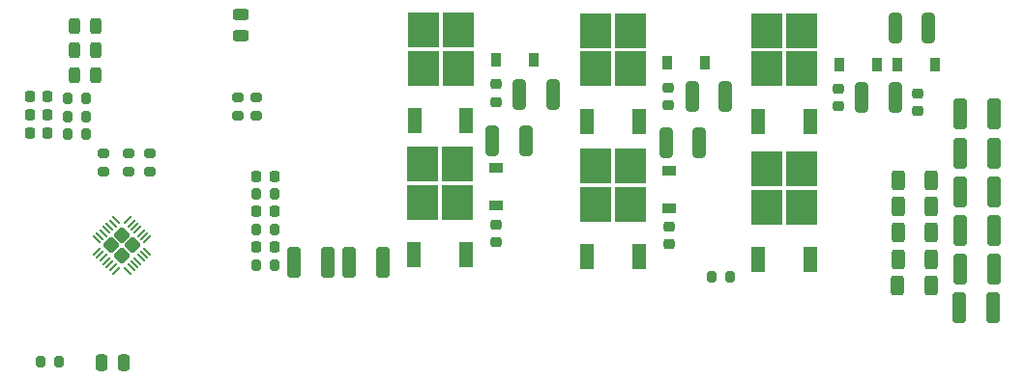
<source format=gbr>
%TF.GenerationSoftware,KiCad,Pcbnew,6.0.11*%
%TF.CreationDate,2025-01-17T14:03:23+01:00*%
%TF.ProjectId,MP6532_board_28-QFN,4d503635-3332-45f6-926f-6172645f3238,rev?*%
%TF.SameCoordinates,Original*%
%TF.FileFunction,Paste,Top*%
%TF.FilePolarity,Positive*%
%FSLAX46Y46*%
G04 Gerber Fmt 4.6, Leading zero omitted, Abs format (unit mm)*
G04 Created by KiCad (PCBNEW 6.0.11) date 2025-01-17 14:03:23*
%MOMM*%
%LPD*%
G01*
G04 APERTURE LIST*
G04 Aperture macros list*
%AMRoundRect*
0 Rectangle with rounded corners*
0 $1 Rounding radius*
0 $2 $3 $4 $5 $6 $7 $8 $9 X,Y pos of 4 corners*
0 Add a 4 corners polygon primitive as box body*
4,1,4,$2,$3,$4,$5,$6,$7,$8,$9,$2,$3,0*
0 Add four circle primitives for the rounded corners*
1,1,$1+$1,$2,$3*
1,1,$1+$1,$4,$5*
1,1,$1+$1,$6,$7*
1,1,$1+$1,$8,$9*
0 Add four rect primitives between the rounded corners*
20,1,$1+$1,$2,$3,$4,$5,0*
20,1,$1+$1,$4,$5,$6,$7,0*
20,1,$1+$1,$6,$7,$8,$9,0*
20,1,$1+$1,$8,$9,$2,$3,0*%
G04 Aperture macros list end*
%ADD10RoundRect,0.250000X0.312500X0.625000X-0.312500X0.625000X-0.312500X-0.625000X0.312500X-0.625000X0*%
%ADD11RoundRect,0.200000X0.200000X0.275000X-0.200000X0.275000X-0.200000X-0.275000X0.200000X-0.275000X0*%
%ADD12RoundRect,0.200000X0.275000X-0.200000X0.275000X0.200000X-0.275000X0.200000X-0.275000X-0.200000X0*%
%ADD13RoundRect,0.200000X-0.275000X0.200000X-0.275000X-0.200000X0.275000X-0.200000X0.275000X0.200000X0*%
%ADD14RoundRect,0.243750X-0.243750X-0.456250X0.243750X-0.456250X0.243750X0.456250X-0.243750X0.456250X0*%
%ADD15R,2.750000X3.050000*%
%ADD16R,1.200000X2.200000*%
%ADD17R,1.200000X0.900000*%
%ADD18RoundRect,0.225000X0.225000X0.250000X-0.225000X0.250000X-0.225000X-0.250000X0.225000X-0.250000X0*%
%ADD19RoundRect,0.250000X-0.250000X-0.475000X0.250000X-0.475000X0.250000X0.475000X-0.250000X0.475000X0*%
%ADD20RoundRect,0.250000X-0.312500X-1.075000X0.312500X-1.075000X0.312500X1.075000X-0.312500X1.075000X0*%
%ADD21RoundRect,0.225000X0.250000X-0.225000X0.250000X0.225000X-0.250000X0.225000X-0.250000X-0.225000X0*%
%ADD22R,0.900000X1.200000*%
%ADD23RoundRect,0.250000X0.325000X1.100000X-0.325000X1.100000X-0.325000X-1.100000X0.325000X-1.100000X0*%
%ADD24RoundRect,0.250000X-0.325000X-1.100000X0.325000X-1.100000X0.325000X1.100000X-0.325000X1.100000X0*%
%ADD25RoundRect,0.225000X-0.225000X-0.250000X0.225000X-0.250000X0.225000X0.250000X-0.225000X0.250000X0*%
%ADD26RoundRect,0.243750X0.456250X-0.243750X0.456250X0.243750X-0.456250X0.243750X-0.456250X-0.243750X0*%
%ADD27RoundRect,0.250000X0.312500X1.075000X-0.312500X1.075000X-0.312500X-1.075000X0.312500X-1.075000X0*%
%ADD28RoundRect,0.250000X0.445477X0.000000X0.000000X0.445477X-0.445477X0.000000X0.000000X-0.445477X0*%
%ADD29RoundRect,0.050000X0.309359X-0.238649X-0.238649X0.309359X-0.309359X0.238649X0.238649X-0.309359X0*%
%ADD30RoundRect,0.050000X0.309359X0.238649X0.238649X0.309359X-0.309359X-0.238649X-0.238649X-0.309359X0*%
G04 APERTURE END LIST*
D10*
%TO.C,R24*%
X120062500Y-57700000D03*
X117137500Y-57700000D03*
%TD*%
%TO.C,R23*%
X120062500Y-60000000D03*
X117137500Y-60000000D03*
%TD*%
%TO.C,R22*%
X120062500Y-62300000D03*
X117137500Y-62300000D03*
%TD*%
%TO.C,R21*%
X120062500Y-64600000D03*
X117137500Y-64600000D03*
%TD*%
%TO.C,R20*%
X120052500Y-66920000D03*
X117127500Y-66920000D03*
%TD*%
D11*
%TO.C,R19*%
X102445000Y-66140000D03*
X100795000Y-66140000D03*
%TD*%
D12*
%TO.C,R13*%
X49740000Y-56935000D03*
X49740000Y-55285000D03*
%TD*%
%TO.C,R12*%
X47550000Y-56965000D03*
X47550000Y-55315000D03*
%TD*%
D13*
%TO.C,R11*%
X51680000Y-55285000D03*
X51680000Y-56935000D03*
%TD*%
D14*
%TO.C,D10*%
X46927500Y-46280000D03*
X45052500Y-46280000D03*
%TD*%
%TO.C,D9*%
X45022500Y-48450000D03*
X46897500Y-48450000D03*
%TD*%
%TO.C,D8*%
X45052500Y-44140000D03*
X46927500Y-44140000D03*
%TD*%
D15*
%TO.C,Q5*%
X105663000Y-47903000D03*
X105663000Y-44553000D03*
X108713000Y-44553000D03*
X108713000Y-47903000D03*
D16*
X104908000Y-52528000D03*
X109468000Y-52528000D03*
%TD*%
D15*
%TO.C,Q1*%
X78614000Y-47835000D03*
X78614000Y-44485000D03*
X75564000Y-47835000D03*
X75564000Y-44485000D03*
D16*
X74809000Y-52460000D03*
X79369000Y-52460000D03*
%TD*%
D17*
%TO.C,D2*%
X81915000Y-56630000D03*
X81915000Y-59930000D03*
%TD*%
D18*
%TO.C,C8*%
X42680000Y-50300000D03*
X41130000Y-50300000D03*
%TD*%
D19*
%TO.C,C15*%
X49350000Y-73700000D03*
X47450000Y-73700000D03*
%TD*%
D20*
%TO.C,R6*%
X116901500Y-44323000D03*
X119826500Y-44323000D03*
%TD*%
D15*
%TO.C,Q6*%
X108713000Y-60053000D03*
X105663000Y-56703000D03*
X108713000Y-56703000D03*
X105663000Y-60053000D03*
D16*
X104908000Y-64678000D03*
X109468000Y-64678000D03*
%TD*%
D20*
%TO.C,R4*%
X96827500Y-54420000D03*
X99752500Y-54420000D03*
%TD*%
D21*
%TO.C,C3*%
X97022000Y-51111000D03*
X97022000Y-49561000D03*
%TD*%
D22*
%TO.C,D1*%
X85216000Y-47117000D03*
X81916000Y-47117000D03*
%TD*%
D21*
%TO.C,C6*%
X118870000Y-51625000D03*
X118870000Y-50075000D03*
%TD*%
D11*
%TO.C,R9*%
X46095000Y-50490000D03*
X44445000Y-50490000D03*
%TD*%
D20*
%TO.C,R2*%
X81617500Y-54220000D03*
X84542500Y-54220000D03*
%TD*%
D11*
%TO.C,R16*%
X62575000Y-65120000D03*
X60925000Y-65120000D03*
%TD*%
D23*
%TO.C,C21*%
X125515000Y-51820000D03*
X122565000Y-51820000D03*
%TD*%
D11*
%TO.C,R8*%
X46095000Y-53660000D03*
X44445000Y-53660000D03*
%TD*%
D24*
%TO.C,Cb16*%
X69065000Y-64860000D03*
X72015000Y-64860000D03*
%TD*%
D25*
%TO.C,C17*%
X60975000Y-63550000D03*
X62525000Y-63550000D03*
%TD*%
D13*
%TO.C,R14*%
X60950000Y-50375000D03*
X60950000Y-52025000D03*
%TD*%
D15*
%TO.C,Q3*%
X90678000Y-47879000D03*
X93728000Y-47879000D03*
X90678000Y-44529000D03*
X93728000Y-44529000D03*
D16*
X89923000Y-52504000D03*
X94483000Y-52504000D03*
%TD*%
D26*
%TO.C,D7*%
X59590000Y-44997500D03*
X59590000Y-43122500D03*
%TD*%
D13*
%TO.C,R7*%
X59370000Y-50405000D03*
X59370000Y-52055000D03*
%TD*%
D23*
%TO.C,C22*%
X125515000Y-55300000D03*
X122565000Y-55300000D03*
%TD*%
D27*
%TO.C,R5*%
X116905500Y-50419000D03*
X113980500Y-50419000D03*
%TD*%
D23*
%TO.C,C23*%
X125515000Y-58710000D03*
X122565000Y-58710000D03*
%TD*%
D25*
%TO.C,C19*%
X60975000Y-57329000D03*
X62525000Y-57329000D03*
%TD*%
D28*
%TO.C,U1*%
X50119239Y-63400000D03*
X48280761Y-63400000D03*
X49200000Y-62480761D03*
X49200000Y-64319239D03*
D29*
X49721491Y-65618548D03*
X50004334Y-65335705D03*
X50287177Y-65052862D03*
X50570019Y-64770019D03*
X50852862Y-64487177D03*
X51135705Y-64204334D03*
X51418548Y-63921491D03*
D30*
X51418548Y-62878509D03*
X51135705Y-62595666D03*
X50852862Y-62312823D03*
X50570019Y-62029981D03*
X50287177Y-61747138D03*
X50004334Y-61464295D03*
X49721491Y-61181452D03*
D29*
X48678509Y-61181452D03*
X48395666Y-61464295D03*
X48112823Y-61747138D03*
X47829981Y-62029981D03*
X47547138Y-62312823D03*
X47264295Y-62595666D03*
X46981452Y-62878509D03*
D30*
X46981452Y-63921491D03*
X47264295Y-64204334D03*
X47547138Y-64487177D03*
X47829981Y-64770019D03*
X48112823Y-65052862D03*
X48395666Y-65335705D03*
X48678509Y-65618548D03*
%TD*%
D23*
%TO.C,Cb21*%
X125515000Y-62100000D03*
X122565000Y-62100000D03*
%TD*%
D15*
%TO.C,Q4*%
X90678000Y-59782000D03*
X93728000Y-59782000D03*
X90678000Y-56432000D03*
X93728000Y-56432000D03*
D16*
X89923000Y-64407000D03*
X94483000Y-64407000D03*
%TD*%
D20*
%TO.C,R1*%
X84008500Y-50165000D03*
X86933500Y-50165000D03*
%TD*%
D25*
%TO.C,C18*%
X60975000Y-60430000D03*
X62525000Y-60430000D03*
%TD*%
D11*
%TO.C,R17*%
X62575000Y-61980000D03*
X60925000Y-61980000D03*
%TD*%
%TO.C,R10*%
X46095000Y-52070000D03*
X44445000Y-52070000D03*
%TD*%
D21*
%TO.C,C1*%
X81915000Y-50813000D03*
X81915000Y-49263000D03*
%TD*%
D22*
%TO.C,D5*%
X115315000Y-47498000D03*
X112015000Y-47498000D03*
%TD*%
D23*
%TO.C,Cb23*%
X125465000Y-68910000D03*
X122515000Y-68910000D03*
%TD*%
D17*
%TO.C,D4*%
X97149000Y-56814000D03*
X97149000Y-60114000D03*
%TD*%
D18*
%TO.C,C9*%
X42695000Y-51900000D03*
X41145000Y-51900000D03*
%TD*%
D23*
%TO.C,C16*%
X67235000Y-64860000D03*
X64285000Y-64860000D03*
%TD*%
D22*
%TO.C,D3*%
X100202000Y-47371000D03*
X96902000Y-47371000D03*
%TD*%
D23*
%TO.C,Cb22*%
X125515000Y-65490000D03*
X122565000Y-65490000D03*
%TD*%
D22*
%TO.C,D6*%
X117095000Y-47498000D03*
X120395000Y-47498000D03*
%TD*%
D15*
%TO.C,Q2*%
X78600000Y-59630000D03*
X75550000Y-59630000D03*
X78600000Y-56280000D03*
X75550000Y-56280000D03*
D16*
X74795000Y-64255000D03*
X79355000Y-64255000D03*
%TD*%
D27*
%TO.C,R3*%
X102046500Y-50292000D03*
X99121500Y-50292000D03*
%TD*%
D21*
%TO.C,C4*%
X97149000Y-63303000D03*
X97149000Y-61753000D03*
%TD*%
D11*
%TO.C,R15*%
X43725000Y-73630000D03*
X42075000Y-73630000D03*
%TD*%
D21*
%TO.C,C2*%
X81915000Y-63119000D03*
X81915000Y-61569000D03*
%TD*%
%TO.C,C5*%
X111957000Y-51161000D03*
X111957000Y-49611000D03*
%TD*%
D11*
%TO.C,R18*%
X62575000Y-58890000D03*
X60925000Y-58890000D03*
%TD*%
D18*
%TO.C,C7*%
X42655000Y-53510000D03*
X41105000Y-53510000D03*
%TD*%
M02*

</source>
